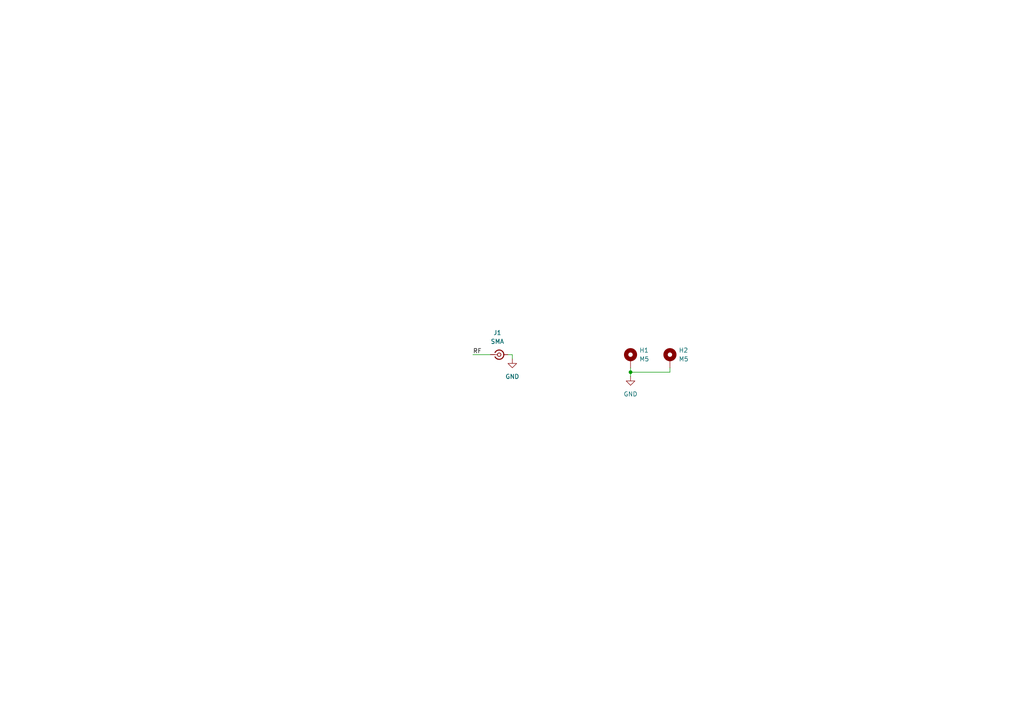
<source format=kicad_sch>
(kicad_sch (version 20250114) (generator "eeschema") (generator_version "9.0")
  (paper "A4")
  (lib_symbols
    (symbol "Connector:Conn_Coaxial_Small" (pin_numbers (hide yes)) (pin_names (offset 1.016) (hide yes))
      (property "Reference" "J" (at 0.254 3.048 0))
      (property "Value" "Conn_Coaxial_Small" (at 0 -3.81 0))
      (symbol "Conn_Coaxial_Small_0_1"
        (polyline (pts (xy -2.54 0) (xy -0.508 0)))
        (circle (center 0 0) (radius 0.508) (stroke (width 0.2032)))
      )
      (symbol "Conn_Coaxial_Small_1_1"
        (arc (start 1.3484 0.0039) (mid 0.327 -1.308) (end -1.1916 -0.6311) (stroke (width 0.3048)))
        (arc (start -1.1916 0.6311) (mid 0.327 1.3081) (end 1.3484 -0.0039) (stroke (width 0.3048)))
        (pin passive line (at -2.54 0 0) (length 1.27) (name "In") (number "1"))
        (pin passive line (at 2.54 0 180) (length 1.27) (name "Ext") (number "2"))
      )
    )
    (symbol "Mechanical:MountingHole_Pad" (pin_numbers (hide yes)) (pin_names (offset 1.016) (hide yes)) (exclude_from_sim yes) (in_bom no)
      (property "Reference" "H" (at 0 6.35 0))
      (property "Value" "MountingHole_Pad" (at 0 4.445 0))
      (symbol "MountingHole_Pad_0_1"
        (circle (center 0 1.27) (radius 1.27) (stroke (width 1.27)))
      )
      (symbol "MountingHole_Pad_1_1"
        (pin input line (at 0 -2.54 90) (length 2.54) (name "1") (number "1"))
      )
    )
    (symbol "power:GND" (power) (pin_numbers (hide yes)) (pin_names (offset 0) (hide yes))
      (property "Value" "GND" (at 0 -3.81 0))
      (symbol "GND_0_1"
        (polyline (pts (xy 0 0) (xy 0 -1.27) (xy 1.27 -1.27) (xy 0 -2.54) (xy -1.27 -1.27) (xy 0 -1.27)))
      )
      (symbol "GND_1_1"
        (pin power_in line (at 0 0 270) (length 0) (name "~") (number "1"))
      )
    )
  )
  (junction (at 182.88 107.95))
  (wire (pts (xy 148.59 104.14) (xy 148.59 102.87)))
  (wire (pts (xy 137.16 102.87) (xy 142.24 102.87)))
  (wire (pts (xy 194.31 106.68) (xy 194.31 107.95)))
  (wire (pts (xy 182.88 107.95) (xy 182.88 109.22)))
  (wire (pts (xy 148.59 102.87) (xy 147.32 102.87)))
  (wire (pts (xy 182.88 107.95) (xy 194.31 107.95)))
  (wire (pts (xy 182.88 106.68) (xy 182.88 107.95)))
  (label "RF" (at 137.16 102.87 0))
  (symbol (lib_id "power:GND") (at 182.88 109.22 0) (unit 1)
    (property "Reference" "#PWR02" (effects (hide yes)))
    (property "Value" "GND" (at 182.88 114.3 0))
    (property "Description" "Power symbol creates a global label with name \"GND\" , ground" (effects (hide yes)))
  )
  (symbol (lib_id "Connector:Conn_Coaxial_Small") (at 144.78 102.87 0) (unit 1)
    (property "Reference" "J1" (at 144.2604 96.52 0))
    (property "Value" "SMA" (at 144.2604 99.06 0))
    (property "Footprint" "Connector_Coaxial:SMA_Amphenol_132134_Vertical" (effects (hide yes)))
    (property "Description" "small coaxial connector (BNC, SMA, SMB, SMC, Cinch/RCA, LEMO, ...)" (effects (hide yes)))
  )
  (symbol (lib_id "Mechanical:MountingHole_Pad") (at 182.88 104.14 0) (unit 1) (exclude_from_sim yes) (in_bom no)
    (property "Reference" "H1" (at 185.42 101.5999 0) (effects (justify left)))
    (property "Value" "M5" (at 185.42 104.1399 0) (effects (justify left)))
    (property "Footprint" "MountingHole:MountingHole_5.3mm_M5_DIN965_Pad_TopBottom" (effects (hide yes)))
    (property "Description" "Mounting Hole with connection" (effects (hide yes)))
  )
  (symbol (lib_id "power:GND") (at 148.59 104.14 0) (unit 1)
    (property "Reference" "#PWR01" (effects (hide yes)))
    (property "Value" "GND" (at 148.59 109.22 0))
    (property "Description" "Power symbol creates a global label with name \"GND\" , ground" (effects (hide yes)))
  )
  (symbol (lib_id "Mechanical:MountingHole_Pad") (at 194.31 104.14 0) (unit 1) (exclude_from_sim yes) (in_bom no)
    (property "Reference" "H2" (at 196.85 101.5999 0) (effects (justify left)))
    (property "Value" "M5" (at 196.85 104.1399 0) (effects (justify left)))
    (property "Footprint" "MountingHole:MountingHole_5.3mm_M5_DIN965_Pad_TopBottom" (effects (hide yes)))
    (property "Description" "Mounting Hole with connection" (effects (hide yes)))
  )
)
</source>
